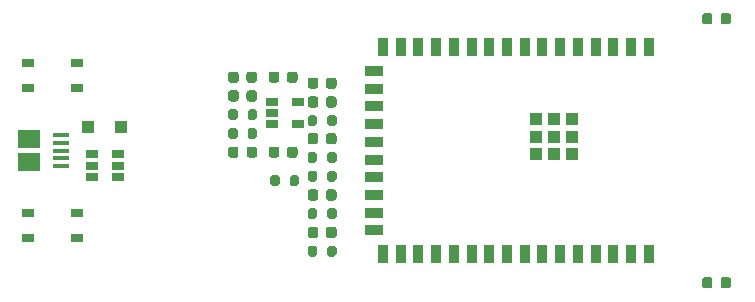
<source format=gtp>
G04 #@! TF.GenerationSoftware,KiCad,Pcbnew,5.1.10-88a1d61d58~90~ubuntu21.04.1*
G04 #@! TF.CreationDate,2021-10-15T14:22:21-03:00*
G04 #@! TF.ProjectId,Franzininho WIFI,4672616e-7a69-46e6-996e-686f20574946,rev?*
G04 #@! TF.SameCoordinates,Original*
G04 #@! TF.FileFunction,Paste,Top*
G04 #@! TF.FilePolarity,Positive*
%FSLAX46Y46*%
G04 Gerber Fmt 4.6, Leading zero omitted, Abs format (unit mm)*
G04 Created by KiCad (PCBNEW 5.1.10-88a1d61d58~90~ubuntu21.04.1) date 2021-10-15 14:22:21*
%MOMM*%
%LPD*%
G01*
G04 APERTURE LIST*
%ADD10R,0.900000X1.500000*%
%ADD11R,1.500000X0.900000*%
%ADD12R,1.100000X1.100000*%
%ADD13R,1.060000X0.650000*%
%ADD14R,1.900000X1.500000*%
%ADD15R,1.350000X0.400000*%
%ADD16R,1.050000X0.650000*%
G04 APERTURE END LIST*
G36*
G01*
X149650000Y-111019000D02*
X149650000Y-110469000D01*
G75*
G02*
X149850000Y-110269000I200000J0D01*
G01*
X150250000Y-110269000D01*
G75*
G02*
X150450000Y-110469000I0J-200000D01*
G01*
X150450000Y-111019000D01*
G75*
G02*
X150250000Y-111219000I-200000J0D01*
G01*
X149850000Y-111219000D01*
G75*
G02*
X149650000Y-111019000I0J200000D01*
G01*
G37*
G36*
G01*
X148000000Y-111019000D02*
X148000000Y-110469000D01*
G75*
G02*
X148200000Y-110269000I200000J0D01*
G01*
X148600000Y-110269000D01*
G75*
G02*
X148800000Y-110469000I0J-200000D01*
G01*
X148800000Y-111019000D01*
G75*
G02*
X148600000Y-111219000I-200000J0D01*
G01*
X148200000Y-111219000D01*
G75*
G02*
X148000000Y-111019000I0J200000D01*
G01*
G37*
G36*
G01*
X148000000Y-112581500D02*
X148000000Y-112081500D01*
G75*
G02*
X148225000Y-111856500I225000J0D01*
G01*
X148675000Y-111856500D01*
G75*
G02*
X148900000Y-112081500I0J-225000D01*
G01*
X148900000Y-112581500D01*
G75*
G02*
X148675000Y-112806500I-225000J0D01*
G01*
X148225000Y-112806500D01*
G75*
G02*
X148000000Y-112581500I0J225000D01*
G01*
G37*
G36*
G01*
X149550000Y-112581500D02*
X149550000Y-112081500D01*
G75*
G02*
X149775000Y-111856500I225000J0D01*
G01*
X150225000Y-111856500D01*
G75*
G02*
X150450000Y-112081500I0J-225000D01*
G01*
X150450000Y-112581500D01*
G75*
G02*
X150225000Y-112806500I-225000J0D01*
G01*
X149775000Y-112806500D01*
G75*
G02*
X149550000Y-112581500I0J225000D01*
G01*
G37*
G36*
G01*
X148000000Y-107844000D02*
X148000000Y-107294000D01*
G75*
G02*
X148200000Y-107094000I200000J0D01*
G01*
X148600000Y-107094000D01*
G75*
G02*
X148800000Y-107294000I0J-200000D01*
G01*
X148800000Y-107844000D01*
G75*
G02*
X148600000Y-108044000I-200000J0D01*
G01*
X148200000Y-108044000D01*
G75*
G02*
X148000000Y-107844000I0J200000D01*
G01*
G37*
G36*
G01*
X149650000Y-107844000D02*
X149650000Y-107294000D01*
G75*
G02*
X149850000Y-107094000I200000J0D01*
G01*
X150250000Y-107094000D01*
G75*
G02*
X150450000Y-107294000I0J-200000D01*
G01*
X150450000Y-107844000D01*
G75*
G02*
X150250000Y-108044000I-200000J0D01*
G01*
X149850000Y-108044000D01*
G75*
G02*
X149650000Y-107844000I0J200000D01*
G01*
G37*
G36*
G01*
X148800000Y-105706500D02*
X148800000Y-106256500D01*
G75*
G02*
X148600000Y-106456500I-200000J0D01*
G01*
X148200000Y-106456500D01*
G75*
G02*
X148000000Y-106256500I0J200000D01*
G01*
X148000000Y-105706500D01*
G75*
G02*
X148200000Y-105506500I200000J0D01*
G01*
X148600000Y-105506500D01*
G75*
G02*
X148800000Y-105706500I0J-200000D01*
G01*
G37*
G36*
G01*
X150450000Y-105706500D02*
X150450000Y-106256500D01*
G75*
G02*
X150250000Y-106456500I-200000J0D01*
G01*
X149850000Y-106456500D01*
G75*
G02*
X149650000Y-106256500I0J200000D01*
G01*
X149650000Y-105706500D01*
G75*
G02*
X149850000Y-105506500I200000J0D01*
G01*
X150250000Y-105506500D01*
G75*
G02*
X150450000Y-105706500I0J-200000D01*
G01*
G37*
D10*
X154385000Y-96660000D03*
X155885000Y-96660000D03*
X157385000Y-96660000D03*
X158885000Y-96660000D03*
X160385000Y-96660000D03*
X161885000Y-96660000D03*
X163385000Y-96660000D03*
X164885000Y-96660000D03*
X166385000Y-96660000D03*
X167885000Y-96660000D03*
X169385000Y-96660000D03*
X170885000Y-96660000D03*
X172385000Y-96660000D03*
X173885000Y-96660000D03*
X175385000Y-96660000D03*
X176885000Y-96660000D03*
D11*
X153635000Y-98660000D03*
X153635000Y-100160000D03*
X153635000Y-101660000D03*
X153635000Y-103160000D03*
X153635000Y-104660000D03*
X153635000Y-106160000D03*
X153635000Y-107660000D03*
X153635000Y-109160000D03*
X153635000Y-110660000D03*
X153635000Y-112160000D03*
D10*
X154385000Y-114160000D03*
X155885000Y-114160000D03*
X157385000Y-114160000D03*
X158885000Y-114160000D03*
X160385000Y-114160000D03*
X161885000Y-114160000D03*
X163385000Y-114160000D03*
X164885000Y-114160000D03*
X166385000Y-114160000D03*
X167885000Y-114160000D03*
X169385000Y-114160000D03*
X170885000Y-114160000D03*
X172385000Y-114160000D03*
X173885000Y-114160000D03*
X175385000Y-114160000D03*
X176885000Y-114160000D03*
D12*
X168835000Y-104220000D03*
X170385000Y-104220000D03*
X170385000Y-105720000D03*
X168835000Y-105720000D03*
X167335000Y-105720000D03*
X167335000Y-104220000D03*
X167335000Y-102720000D03*
X168835000Y-102720000D03*
X170385000Y-102720000D03*
G36*
G01*
X148000000Y-101532500D02*
X148000000Y-101032500D01*
G75*
G02*
X148225000Y-100807500I225000J0D01*
G01*
X148675000Y-100807500D01*
G75*
G02*
X148900000Y-101032500I0J-225000D01*
G01*
X148900000Y-101532500D01*
G75*
G02*
X148675000Y-101757500I-225000J0D01*
G01*
X148225000Y-101757500D01*
G75*
G02*
X148000000Y-101532500I0J225000D01*
G01*
G37*
G36*
G01*
X149550000Y-101532500D02*
X149550000Y-101032500D01*
G75*
G02*
X149775000Y-100807500I225000J0D01*
G01*
X150225000Y-100807500D01*
G75*
G02*
X150450000Y-101032500I0J-225000D01*
G01*
X150450000Y-101532500D01*
G75*
G02*
X150225000Y-101757500I-225000J0D01*
G01*
X149775000Y-101757500D01*
G75*
G02*
X149550000Y-101532500I0J225000D01*
G01*
G37*
D13*
X144950000Y-101285000D03*
X144950000Y-102235000D03*
X144950000Y-103185000D03*
X147150000Y-103185000D03*
X147150000Y-101285000D03*
D14*
X124429000Y-106410000D03*
D15*
X127129000Y-104760000D03*
X127129000Y-104110000D03*
X127129000Y-106710000D03*
X127129000Y-106060000D03*
X127129000Y-105410000D03*
D14*
X124429000Y-104410000D03*
G36*
G01*
X148000000Y-99945000D02*
X148000000Y-99445000D01*
G75*
G02*
X148225000Y-99220000I225000J0D01*
G01*
X148675000Y-99220000D01*
G75*
G02*
X148900000Y-99445000I0J-225000D01*
G01*
X148900000Y-99945000D01*
G75*
G02*
X148675000Y-100170000I-225000J0D01*
G01*
X148225000Y-100170000D01*
G75*
G02*
X148000000Y-99945000I0J225000D01*
G01*
G37*
G36*
G01*
X149550000Y-99945000D02*
X149550000Y-99445000D01*
G75*
G02*
X149775000Y-99220000I225000J0D01*
G01*
X150225000Y-99220000D01*
G75*
G02*
X150450000Y-99445000I0J-225000D01*
G01*
X150450000Y-99945000D01*
G75*
G02*
X150225000Y-100170000I-225000J0D01*
G01*
X149775000Y-100170000D01*
G75*
G02*
X149550000Y-99945000I0J225000D01*
G01*
G37*
G36*
G01*
X148000000Y-103145000D02*
X148000000Y-102595000D01*
G75*
G02*
X148200000Y-102395000I200000J0D01*
G01*
X148600000Y-102395000D01*
G75*
G02*
X148800000Y-102595000I0J-200000D01*
G01*
X148800000Y-103145000D01*
G75*
G02*
X148600000Y-103345000I-200000J0D01*
G01*
X148200000Y-103345000D01*
G75*
G02*
X148000000Y-103145000I0J200000D01*
G01*
G37*
G36*
G01*
X149650000Y-103145000D02*
X149650000Y-102595000D01*
G75*
G02*
X149850000Y-102395000I200000J0D01*
G01*
X150250000Y-102395000D01*
G75*
G02*
X150450000Y-102595000I0J-200000D01*
G01*
X150450000Y-103145000D01*
G75*
G02*
X150250000Y-103345000I-200000J0D01*
G01*
X149850000Y-103345000D01*
G75*
G02*
X149650000Y-103145000I0J200000D01*
G01*
G37*
G36*
G01*
X143719000Y-100524500D02*
X143719000Y-101024500D01*
G75*
G02*
X143494000Y-101249500I-225000J0D01*
G01*
X143044000Y-101249500D01*
G75*
G02*
X142819000Y-101024500I0J225000D01*
G01*
X142819000Y-100524500D01*
G75*
G02*
X143044000Y-100299500I225000J0D01*
G01*
X143494000Y-100299500D01*
G75*
G02*
X143719000Y-100524500I0J-225000D01*
G01*
G37*
G36*
G01*
X142169000Y-100524500D02*
X142169000Y-101024500D01*
G75*
G02*
X141944000Y-101249500I-225000J0D01*
G01*
X141494000Y-101249500D01*
G75*
G02*
X141269000Y-101024500I0J225000D01*
G01*
X141269000Y-100524500D01*
G75*
G02*
X141494000Y-100299500I225000J0D01*
G01*
X141944000Y-100299500D01*
G75*
G02*
X142169000Y-100524500I0J-225000D01*
G01*
G37*
G36*
G01*
X149550000Y-109406500D02*
X149550000Y-108906500D01*
G75*
G02*
X149775000Y-108681500I225000J0D01*
G01*
X150225000Y-108681500D01*
G75*
G02*
X150450000Y-108906500I0J-225000D01*
G01*
X150450000Y-109406500D01*
G75*
G02*
X150225000Y-109631500I-225000J0D01*
G01*
X149775000Y-109631500D01*
G75*
G02*
X149550000Y-109406500I0J225000D01*
G01*
G37*
G36*
G01*
X148000000Y-109406500D02*
X148000000Y-108906500D01*
G75*
G02*
X148225000Y-108681500I225000J0D01*
G01*
X148675000Y-108681500D01*
G75*
G02*
X148900000Y-108906500I0J-225000D01*
G01*
X148900000Y-109406500D01*
G75*
G02*
X148675000Y-109631500I-225000J0D01*
G01*
X148225000Y-109631500D01*
G75*
G02*
X148000000Y-109406500I0J225000D01*
G01*
G37*
G36*
G01*
X149550000Y-104644000D02*
X149550000Y-104144000D01*
G75*
G02*
X149775000Y-103919000I225000J0D01*
G01*
X150225000Y-103919000D01*
G75*
G02*
X150450000Y-104144000I0J-225000D01*
G01*
X150450000Y-104644000D01*
G75*
G02*
X150225000Y-104869000I-225000J0D01*
G01*
X149775000Y-104869000D01*
G75*
G02*
X149550000Y-104644000I0J225000D01*
G01*
G37*
G36*
G01*
X148000000Y-104644000D02*
X148000000Y-104144000D01*
G75*
G02*
X148225000Y-103919000I225000J0D01*
G01*
X148675000Y-103919000D01*
G75*
G02*
X148900000Y-104144000I0J-225000D01*
G01*
X148900000Y-104644000D01*
G75*
G02*
X148675000Y-104869000I-225000J0D01*
G01*
X148225000Y-104869000D01*
G75*
G02*
X148000000Y-104644000I0J225000D01*
G01*
G37*
G36*
G01*
X143719000Y-105280750D02*
X143719000Y-105793250D01*
G75*
G02*
X143500250Y-106012000I-218750J0D01*
G01*
X143062750Y-106012000D01*
G75*
G02*
X142844000Y-105793250I0J218750D01*
G01*
X142844000Y-105280750D01*
G75*
G02*
X143062750Y-105062000I218750J0D01*
G01*
X143500250Y-105062000D01*
G75*
G02*
X143719000Y-105280750I0J-218750D01*
G01*
G37*
G36*
G01*
X142144000Y-105280750D02*
X142144000Y-105793250D01*
G75*
G02*
X141925250Y-106012000I-218750J0D01*
G01*
X141487750Y-106012000D01*
G75*
G02*
X141269000Y-105793250I0J218750D01*
G01*
X141269000Y-105280750D01*
G75*
G02*
X141487750Y-105062000I218750J0D01*
G01*
X141925250Y-105062000D01*
G75*
G02*
X142144000Y-105280750I0J-218750D01*
G01*
G37*
G36*
G01*
X143719000Y-103674500D02*
X143719000Y-104224500D01*
G75*
G02*
X143519000Y-104424500I-200000J0D01*
G01*
X143119000Y-104424500D01*
G75*
G02*
X142919000Y-104224500I0J200000D01*
G01*
X142919000Y-103674500D01*
G75*
G02*
X143119000Y-103474500I200000J0D01*
G01*
X143519000Y-103474500D01*
G75*
G02*
X143719000Y-103674500I0J-200000D01*
G01*
G37*
G36*
G01*
X142069000Y-103674500D02*
X142069000Y-104224500D01*
G75*
G02*
X141869000Y-104424500I-200000J0D01*
G01*
X141469000Y-104424500D01*
G75*
G02*
X141269000Y-104224500I0J200000D01*
G01*
X141269000Y-103674500D01*
G75*
G02*
X141469000Y-103474500I200000J0D01*
G01*
X141869000Y-103474500D01*
G75*
G02*
X142069000Y-103674500I0J-200000D01*
G01*
G37*
D16*
X128440000Y-112835000D03*
X124290000Y-112835000D03*
X128440000Y-110685000D03*
X124290000Y-110685000D03*
X124290000Y-97985000D03*
X128440000Y-97985000D03*
X124290000Y-100135000D03*
X128440000Y-100135000D03*
G36*
G01*
X143719000Y-98937000D02*
X143719000Y-99437000D01*
G75*
G02*
X143494000Y-99662000I-225000J0D01*
G01*
X143044000Y-99662000D01*
G75*
G02*
X142819000Y-99437000I0J225000D01*
G01*
X142819000Y-98937000D01*
G75*
G02*
X143044000Y-98712000I225000J0D01*
G01*
X143494000Y-98712000D01*
G75*
G02*
X143719000Y-98937000I0J-225000D01*
G01*
G37*
G36*
G01*
X142169000Y-98937000D02*
X142169000Y-99437000D01*
G75*
G02*
X141944000Y-99662000I-225000J0D01*
G01*
X141494000Y-99662000D01*
G75*
G02*
X141269000Y-99437000I0J225000D01*
G01*
X141269000Y-98937000D01*
G75*
G02*
X141494000Y-98712000I225000J0D01*
G01*
X141944000Y-98712000D01*
G75*
G02*
X142169000Y-98937000I0J-225000D01*
G01*
G37*
G36*
G01*
X146248000Y-99437000D02*
X146248000Y-98937000D01*
G75*
G02*
X146473000Y-98712000I225000J0D01*
G01*
X146923000Y-98712000D01*
G75*
G02*
X147148000Y-98937000I0J-225000D01*
G01*
X147148000Y-99437000D01*
G75*
G02*
X146923000Y-99662000I-225000J0D01*
G01*
X146473000Y-99662000D01*
G75*
G02*
X146248000Y-99437000I0J225000D01*
G01*
G37*
G36*
G01*
X144698000Y-99437000D02*
X144698000Y-98937000D01*
G75*
G02*
X144923000Y-98712000I225000J0D01*
G01*
X145373000Y-98712000D01*
G75*
G02*
X145598000Y-98937000I0J-225000D01*
G01*
X145598000Y-99437000D01*
G75*
G02*
X145373000Y-99662000I-225000J0D01*
G01*
X144923000Y-99662000D01*
G75*
G02*
X144698000Y-99437000I0J225000D01*
G01*
G37*
G36*
G01*
X144698000Y-105787000D02*
X144698000Y-105287000D01*
G75*
G02*
X144923000Y-105062000I225000J0D01*
G01*
X145373000Y-105062000D01*
G75*
G02*
X145598000Y-105287000I0J-225000D01*
G01*
X145598000Y-105787000D01*
G75*
G02*
X145373000Y-106012000I-225000J0D01*
G01*
X144923000Y-106012000D01*
G75*
G02*
X144698000Y-105787000I0J225000D01*
G01*
G37*
G36*
G01*
X146248000Y-105787000D02*
X146248000Y-105287000D01*
G75*
G02*
X146473000Y-105062000I225000J0D01*
G01*
X146923000Y-105062000D01*
G75*
G02*
X147148000Y-105287000I0J-225000D01*
G01*
X147148000Y-105787000D01*
G75*
G02*
X146923000Y-106012000I-225000J0D01*
G01*
X146473000Y-106012000D01*
G75*
G02*
X146248000Y-105787000I0J225000D01*
G01*
G37*
G36*
G01*
X141269000Y-102637000D02*
X141269000Y-102087000D01*
G75*
G02*
X141469000Y-101887000I200000J0D01*
G01*
X141869000Y-101887000D01*
G75*
G02*
X142069000Y-102087000I0J-200000D01*
G01*
X142069000Y-102637000D01*
G75*
G02*
X141869000Y-102837000I-200000J0D01*
G01*
X141469000Y-102837000D01*
G75*
G02*
X141269000Y-102637000I0J200000D01*
G01*
G37*
G36*
G01*
X142919000Y-102637000D02*
X142919000Y-102087000D01*
G75*
G02*
X143119000Y-101887000I200000J0D01*
G01*
X143519000Y-101887000D01*
G75*
G02*
X143719000Y-102087000I0J-200000D01*
G01*
X143719000Y-102637000D01*
G75*
G02*
X143519000Y-102837000I-200000J0D01*
G01*
X143119000Y-102837000D01*
G75*
G02*
X142919000Y-102637000I0J200000D01*
G01*
G37*
D13*
X129710000Y-105730000D03*
X129710000Y-106680000D03*
X129710000Y-107630000D03*
X131910000Y-107630000D03*
X131910000Y-105730000D03*
X131910000Y-106680000D03*
D12*
X132210000Y-103378000D03*
X129410000Y-103378000D03*
G36*
G01*
X150450000Y-113644000D02*
X150450000Y-114194000D01*
G75*
G02*
X150250000Y-114394000I-200000J0D01*
G01*
X149850000Y-114394000D01*
G75*
G02*
X149650000Y-114194000I0J200000D01*
G01*
X149650000Y-113644000D01*
G75*
G02*
X149850000Y-113444000I200000J0D01*
G01*
X150250000Y-113444000D01*
G75*
G02*
X150450000Y-113644000I0J-200000D01*
G01*
G37*
G36*
G01*
X148800000Y-113644000D02*
X148800000Y-114194000D01*
G75*
G02*
X148600000Y-114394000I-200000J0D01*
G01*
X148200000Y-114394000D01*
G75*
G02*
X148000000Y-114194000I0J200000D01*
G01*
X148000000Y-113644000D01*
G75*
G02*
X148200000Y-113444000I200000J0D01*
G01*
X148600000Y-113444000D01*
G75*
G02*
X148800000Y-113644000I0J-200000D01*
G01*
G37*
G36*
G01*
X145625000Y-107675000D02*
X145625000Y-108225000D01*
G75*
G02*
X145425000Y-108425000I-200000J0D01*
G01*
X145025000Y-108425000D01*
G75*
G02*
X144825000Y-108225000I0J200000D01*
G01*
X144825000Y-107675000D01*
G75*
G02*
X145025000Y-107475000I200000J0D01*
G01*
X145425000Y-107475000D01*
G75*
G02*
X145625000Y-107675000I0J-200000D01*
G01*
G37*
G36*
G01*
X147275000Y-107675000D02*
X147275000Y-108225000D01*
G75*
G02*
X147075000Y-108425000I-200000J0D01*
G01*
X146675000Y-108425000D01*
G75*
G02*
X146475000Y-108225000I0J200000D01*
G01*
X146475000Y-107675000D01*
G75*
G02*
X146675000Y-107475000I200000J0D01*
G01*
X147075000Y-107475000D01*
G75*
G02*
X147275000Y-107675000I0J-200000D01*
G01*
G37*
G36*
G01*
X182976000Y-116842250D02*
X182976000Y-116329750D01*
G75*
G02*
X183194750Y-116111000I218750J0D01*
G01*
X183632250Y-116111000D01*
G75*
G02*
X183851000Y-116329750I0J-218750D01*
G01*
X183851000Y-116842250D01*
G75*
G02*
X183632250Y-117061000I-218750J0D01*
G01*
X183194750Y-117061000D01*
G75*
G02*
X182976000Y-116842250I0J218750D01*
G01*
G37*
G36*
G01*
X181401000Y-116842250D02*
X181401000Y-116329750D01*
G75*
G02*
X181619750Y-116111000I218750J0D01*
G01*
X182057250Y-116111000D01*
G75*
G02*
X182276000Y-116329750I0J-218750D01*
G01*
X182276000Y-116842250D01*
G75*
G02*
X182057250Y-117061000I-218750J0D01*
G01*
X181619750Y-117061000D01*
G75*
G02*
X181401000Y-116842250I0J218750D01*
G01*
G37*
G36*
G01*
X181401000Y-94490250D02*
X181401000Y-93977750D01*
G75*
G02*
X181619750Y-93759000I218750J0D01*
G01*
X182057250Y-93759000D01*
G75*
G02*
X182276000Y-93977750I0J-218750D01*
G01*
X182276000Y-94490250D01*
G75*
G02*
X182057250Y-94709000I-218750J0D01*
G01*
X181619750Y-94709000D01*
G75*
G02*
X181401000Y-94490250I0J218750D01*
G01*
G37*
G36*
G01*
X182976000Y-94490250D02*
X182976000Y-93977750D01*
G75*
G02*
X183194750Y-93759000I218750J0D01*
G01*
X183632250Y-93759000D01*
G75*
G02*
X183851000Y-93977750I0J-218750D01*
G01*
X183851000Y-94490250D01*
G75*
G02*
X183632250Y-94709000I-218750J0D01*
G01*
X183194750Y-94709000D01*
G75*
G02*
X182976000Y-94490250I0J218750D01*
G01*
G37*
M02*

</source>
